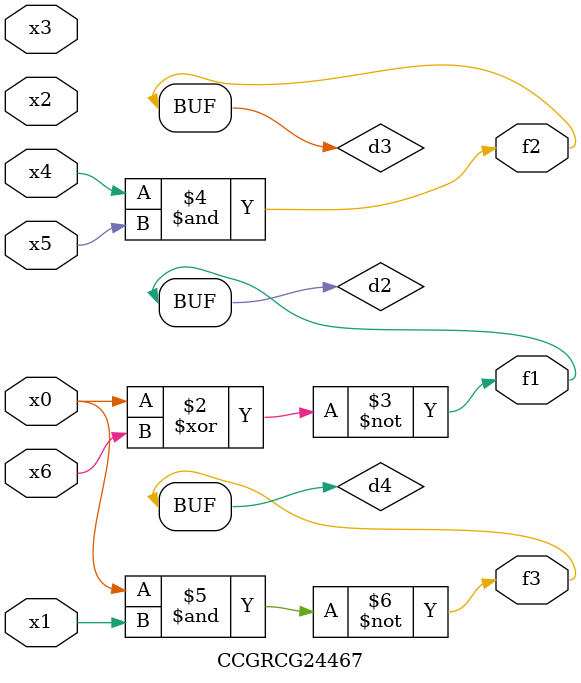
<source format=v>
module CCGRCG24467(
	input x0, x1, x2, x3, x4, x5, x6,
	output f1, f2, f3
);

	wire d1, d2, d3, d4;

	nor (d1, x0);
	xnor (d2, x0, x6);
	and (d3, x4, x5);
	nand (d4, x0, x1);
	assign f1 = d2;
	assign f2 = d3;
	assign f3 = d4;
endmodule

</source>
